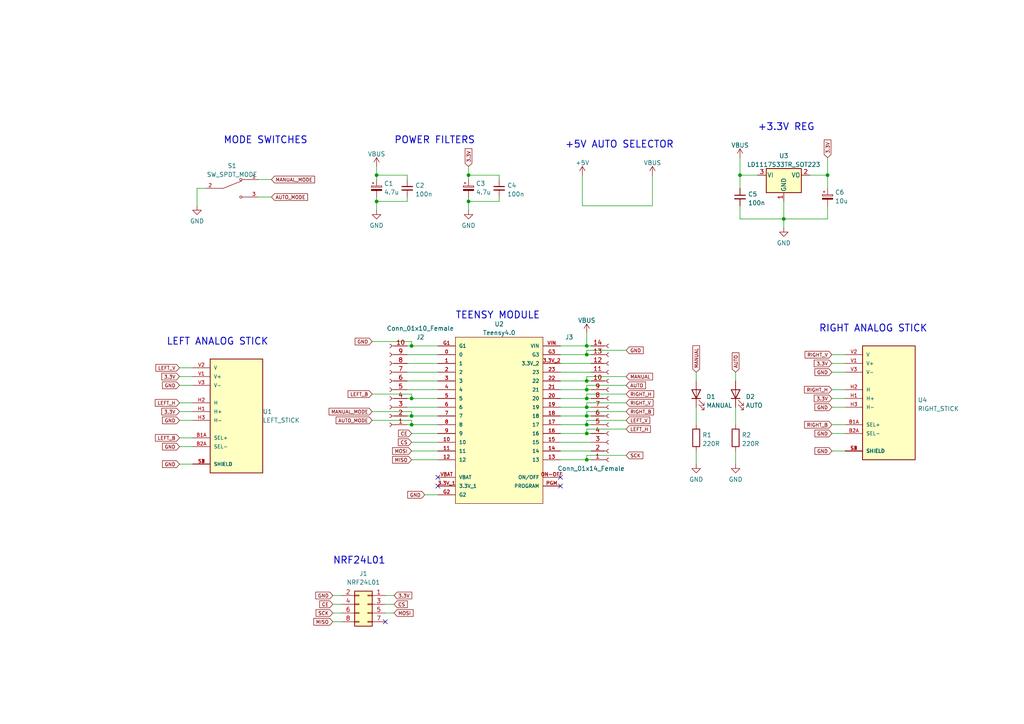
<source format=kicad_sch>
(kicad_sch (version 20211123) (generator eeschema)
  (paper "A4")
  (lib_symbols
    (symbol "Analog Stick:COM-09032" (pin_names (offset 1.016))
      (property "Reference" "U" (at -7.62 16.002 0))
      (property "Value" "COM-09032" (at -7.62 -20.32 0))
      (symbol "COM-09032_0_0"
        (rectangle (start -7.62 -17.78) (end 7.62 15.24) (stroke (width 0.254)) (fill (type background)))
        (pin passive line (at -12.7 -7.62 0) (length 5.08) (name "SEL+") (number "B1A"))
        (pin passive line (at -12.7 -10.16 0) (length 5.08) (name "SEL-") (number "B2A"))
        (pin passive line (at -12.7 0 0) (length 5.08) (name "H+") (number "H1"))
        (pin passive line (at -12.7 2.54 0) (length 5.08) (name "H") (number "H2"))
        (pin passive line (at -12.7 -2.54 0) (length 5.08) (name "H-") (number "H3"))
        (pin passive line (at -12.7 -15.24 0) (length 5.08) (name "SHIELD") (number "S1"))
        (pin passive line (at -12.7 -15.24 0) (length 5.08) (name "SHIELD") (number "S2"))
        (pin passive line (at -12.7 -15.24 0) (length 5.08) (name "SHIELD") (number "S3"))
        (pin passive line (at -12.7 -15.24 0) (length 5.08) (name "SHIELD") (number "S4"))
        (pin passive line (at -12.7 10.16 0) (length 5.08) (name "V+") (number "V1"))
        (pin passive line (at -12.7 12.7 0) (length 5.08) (name "V") (number "V2"))
        (pin passive line (at -12.7 7.62 0) (length 5.08) (name "V-") (number "V3"))
      )
    )
    (symbol "Connector:Conn_01x10_Female" (pin_names (offset 1.016) hide)
      (property "Reference" "J" (at 0 12.7 0))
      (property "Value" "Conn_01x10_Female" (at 0 -15.24 0))
      (symbol "Conn_01x10_Female_1_1"
        (arc (start 0 -12.192) (mid -0.508 -12.7) (end 0 -13.208) (stroke (width 0.1524)))
        (arc (start 0 -9.652) (mid -0.508 -10.16) (end 0 -10.668) (stroke (width 0.1524)))
        (arc (start 0 -7.112) (mid -0.508 -7.62) (end 0 -8.128) (stroke (width 0.1524)))
        (arc (start 0 -4.572) (mid -0.508 -5.08) (end 0 -5.588) (stroke (width 0.1524)))
        (arc (start 0 -2.032) (mid -0.508 -2.54) (end 0 -3.048) (stroke (width 0.1524)))
        (polyline (pts (xy -1.27 -12.7) (xy -0.508 -12.7)) (stroke (width 0.1524)))
        (polyline (pts (xy -1.27 -10.16) (xy -0.508 -10.16)) (stroke (width 0.1524)))
        (polyline (pts (xy -1.27 -7.62) (xy -0.508 -7.62)) (stroke (width 0.1524)))
        (polyline (pts (xy -1.27 -5.08) (xy -0.508 -5.08)) (stroke (width 0.1524)))
        (polyline (pts (xy -1.27 -2.54) (xy -0.508 -2.54)) (stroke (width 0.1524)))
        (polyline (pts (xy -1.27 0) (xy -0.508 0)) (stroke (width 0.1524)))
        (polyline (pts (xy -1.27 2.54) (xy -0.508 2.54)) (stroke (width 0.1524)))
        (polyline (pts (xy -1.27 5.08) (xy -0.508 5.08)) (stroke (width 0.1524)))
        (polyline (pts (xy -1.27 7.62) (xy -0.508 7.62)) (stroke (width 0.1524)))
        (polyline (pts (xy -1.27 10.16) (xy -0.508 10.16)) (stroke (width 0.1524)))
        (arc (start 0 0.508) (mid -0.508 0) (end 0 -0.508) (stroke (width 0.1524)))
        (arc (start 0 3.048) (mid -0.508 2.54) (end 0 2.032) (stroke (width 0.1524)))
        (arc (start 0 5.588) (mid -0.508 5.08) (end 0 4.572) (stroke (width 0.1524)))
        (arc (start 0 8.128) (mid -0.508 7.62) (end 0 7.112) (stroke (width 0.1524)))
        (arc (start 0 10.668) (mid -0.508 10.16) (end 0 9.652) (stroke (width 0.1524)))
        (pin passive line (at -5.08 10.16 0) (length 3.81) (name "Pin_1") (number "1"))
        (pin passive line (at -5.08 -12.7 0) (length 3.81) (name "Pin_10") (number "10"))
        (pin passive line (at -5.08 7.62 0) (length 3.81) (name "Pin_2") (number "2"))
        (pin passive line (at -5.08 5.08 0) (length 3.81) (name "Pin_3") (number "3"))
        (pin passive line (at -5.08 2.54 0) (length 3.81) (name "Pin_4") (number "4"))
        (pin passive line (at -5.08 0 0) (length 3.81) (name "Pin_5") (number "5"))
        (pin passive line (at -5.08 -2.54 0) (length 3.81) (name "Pin_6") (number "6"))
        (pin passive line (at -5.08 -5.08 0) (length 3.81) (name "Pin_7") (number "7"))
        (pin passive line (at -5.08 -7.62 0) (length 3.81) (name "Pin_8") (number "8"))
        (pin passive line (at -5.08 -10.16 0) (length 3.81) (name "Pin_9") (number "9"))
      )
    )
    (symbol "Connector:Conn_01x14_Female" (pin_names (offset 1.016) hide)
      (property "Reference" "J" (at 0 17.78 0))
      (property "Value" "Conn_01x14_Female" (at 0 -20.32 0))
      (symbol "Conn_01x14_Female_1_1"
        (arc (start 0 -17.272) (mid -0.508 -17.78) (end 0 -18.288) (stroke (width 0.1524)))
        (arc (start 0 -14.732) (mid -0.508 -15.24) (end 0 -15.748) (stroke (width 0.1524)))
        (arc (start 0 -12.192) (mid -0.508 -12.7) (end 0 -13.208) (stroke (width 0.1524)))
        (arc (start 0 -9.652) (mid -0.508 -10.16) (end 0 -10.668) (stroke (width 0.1524)))
        (arc (start 0 -7.112) (mid -0.508 -7.62) (end 0 -8.128) (stroke (width 0.1524)))
        (arc (start 0 -4.572) (mid -0.508 -5.08) (end 0 -5.588) (stroke (width 0.1524)))
        (arc (start 0 -2.032) (mid -0.508 -2.54) (end 0 -3.048) (stroke (width 0.1524)))
        (polyline (pts (xy -1.27 -17.78) (xy -0.508 -17.78)) (stroke (width 0.1524)))
        (polyline (pts (xy -1.27 -15.24) (xy -0.508 -15.24)) (stroke (width 0.1524)))
        (polyline (pts (xy -1.27 -12.7) (xy -0.508 -12.7)) (stroke (width 0.1524)))
        (polyline (pts (xy -1.27 -10.16) (xy -0.508 -10.16)) (stroke (width 0.1524)))
        (polyline (pts (xy -1.27 -7.62) (xy -0.508 -7.62)) (stroke (width 0.1524)))
        (polyline (pts (xy -1.27 -5.08) (xy -0.508 -5.08)) (stroke (width 0.1524)))
        (polyline (pts (xy -1.27 -2.54) (xy -0.508 -2.54)) (stroke (width 0.1524)))
        (polyline (pts (xy -1.27 0) (xy -0.508 0)) (stroke (width 0.1524)))
        (polyline (pts (xy -1.27 2.54) (xy -0.508 2.54)) (stroke (width 0.1524)))
        (polyline (pts (xy -1.27 5.08) (xy -0.508 5.08)) (stroke (width 0.1524)))
        (polyline (pts (xy -1.27 7.62) (xy -0.508 7.62)) (stroke (width 0.1524)))
        (polyline (pts (xy -1.27 10.16) (xy -0.508 10.16)) (stroke (width 0.1524)))
        (polyline (pts (xy -1.27 12.7) (xy -0.508 12.7)) (stroke (width 0.1524)))
        (polyline (pts (xy -1.27 15.24) (xy -0.508 15.24)) (stroke (width 0.1524)))
        (arc (start 0 0.508) (mid -0.508 0) (end 0 -0.508) (stroke (width 0.1524)))
        (arc (start 0 3.048) (mid -0.508 2.54) (end 0 2.032) (stroke (width 0.1524)))
        (arc (start 0 5.588) (mid -0.508 5.08) (end 0 4.572) (stroke (width 0.1524)))
        (arc (start 0 8.128) (mid -0.508 7.62) (end 0 7.112) (stroke (width 0.1524)))
        (arc (start 0 10.668) (mid -0.508 10.16) (end 0 9.652) (stroke (width 0.1524)))
        (arc (start 0 13.208) (mid -0.508 12.7) (end 0 12.192) (stroke (width 0.1524)))
        (arc (start 0 15.748) (mid -0.508 15.24) (end 0 14.732) (stroke (width 0.1524)))
        (pin passive line (at -5.08 15.24 0) (length 3.81) (name "Pin_1") (number "1"))
        (pin passive line (at -5.08 -7.62 0) (length 3.81) (name "Pin_10") (number "10"))
        (pin passive line (at -5.08 -10.16 0) (length 3.81) (name "Pin_11") (number "11"))
        (pin passive line (at -5.08 -12.7 0) (length 3.81) (name "Pin_12") (number "12"))
        (pin passive line (at -5.08 -15.24 0) (length 3.81) (name "Pin_13") (number "13"))
        (pin passive line (at -5.08 -17.78 0) (length 3.81) (name "Pin_14") (number "14"))
        (pin passive line (at -5.08 12.7 0) (length 3.81) (name "Pin_2") (number "2"))
        (pin passive line (at -5.08 10.16 0) (length 3.81) (name "Pin_3") (number "3"))
        (pin passive line (at -5.08 7.62 0) (length 3.81) (name "Pin_4") (number "4"))
        (pin passive line (at -5.08 5.08 0) (length 3.81) (name "Pin_5") (number "5"))
        (pin passive line (at -5.08 2.54 0) (length 3.81) (name "Pin_6") (number "6"))
        (pin passive line (at -5.08 0 0) (length 3.81) (name "Pin_7") (number "7"))
        (pin passive line (at -5.08 -2.54 0) (length 3.81) (name "Pin_8") (number "8"))
        (pin passive line (at -5.08 -5.08 0) (length 3.81) (name "Pin_9") (number "9"))
      )
    )
    (symbol "Connector_Generic:Conn_02x04_Odd_Even" (pin_names (offset 1.016) hide)
      (property "Reference" "J" (at 1.27 5.08 0))
      (property "Value" "Conn_02x04_Odd_Even" (at 1.27 -7.62 0))
      (symbol "Conn_02x04_Odd_Even_1_1"
        (rectangle (start -1.27 -4.953) (end 0 -5.207) (stroke (width 0.1524)))
        (rectangle (start -1.27 -2.413) (end 0 -2.667) (stroke (width 0.1524)))
        (rectangle (start -1.27 0.127) (end 0 -0.127) (stroke (width 0.1524)))
        (rectangle (start -1.27 2.667) (end 0 2.413) (stroke (width 0.1524)))
        (rectangle (start -1.27 3.81) (end 3.81 -6.35) (stroke (width 0.254)) (fill (type background)))
        (rectangle (start 3.81 -4.953) (end 2.54 -5.207) (stroke (width 0.1524)))
        (rectangle (start 3.81 -2.413) (end 2.54 -2.667) (stroke (width 0.1524)))
        (rectangle (start 3.81 0.127) (end 2.54 -0.127) (stroke (width 0.1524)))
        (rectangle (start 3.81 2.667) (end 2.54 2.413) (stroke (width 0.1524)))
        (pin passive line (at -5.08 2.54 0) (length 3.81) (name "Pin_1") (number "1"))
        (pin passive line (at 7.62 2.54 180) (length 3.81) (name "Pin_2") (number "2"))
        (pin passive line (at -5.08 0 0) (length 3.81) (name "Pin_3") (number "3"))
        (pin passive line (at 7.62 0 180) (length 3.81) (name "Pin_4") (number "4"))
        (pin passive line (at -5.08 -2.54 0) (length 3.81) (name "Pin_5") (number "5"))
        (pin passive line (at 7.62 -2.54 180) (length 3.81) (name "Pin_6") (number "6"))
        (pin passive line (at -5.08 -5.08 0) (length 3.81) (name "Pin_7") (number "7"))
        (pin passive line (at 7.62 -5.08 180) (length 3.81) (name "Pin_8") (number "8"))
      )
    )
    (symbol "Device:C_Polarized_Small" (pin_numbers hide) (pin_names (offset 0.254) hide)
      (property "Reference" "C" (at 0.254 1.778 0))
      (property "Value" "C_Polarized_Small" (at 0.254 -2.032 0))
      (symbol "C_Polarized_Small_0_1"
        (rectangle (start -1.524 -0.3048) (end 1.524 -0.6858) (fill (type outline)))
        (rectangle (start -1.524 0.6858) (end 1.524 0.3048))
        (polyline (pts (xy -1.27 1.524) (xy -0.762 1.524)))
        (polyline (pts (xy -1.016 1.27) (xy -1.016 1.778)))
      )
      (symbol "C_Polarized_Small_1_1"
        (pin passive line (at 0 2.54 270) (length 1.8542) (name "~") (number "1"))
        (pin passive line (at 0 -2.54 90) (length 1.8542) (name "~") (number "2"))
      )
    )
    (symbol "Device:C_Small" (pin_numbers hide) (pin_names (offset 0.254) hide)
      (property "Reference" "C" (at 0.254 1.778 0))
      (property "Value" "C_Small" (at 0.254 -2.032 0))
      (symbol "C_Small_0_1"
        (polyline (pts (xy -1.524 -0.508) (xy 1.524 -0.508)) (stroke (width 0.3302)))
        (polyline (pts (xy -1.524 0.508) (xy 1.524 0.508)) (stroke (width 0.3048)))
      )
      (symbol "C_Small_1_1"
        (pin passive line (at 0 2.54 270) (length 2.032) (name "~") (number "1"))
        (pin passive line (at 0 -2.54 90) (length 2.032) (name "~") (number "2"))
      )
    )
    (symbol "Device:LED" (pin_numbers hide) (pin_names (offset 1.016) hide)
      (property "Reference" "D" (at 0 2.54 0))
      (property "Value" "LED" (at 0 -2.54 0))
      (symbol "LED_0_1"
        (polyline (pts (xy -1.27 -1.27) (xy -1.27 1.27)) (stroke (width 0.254)))
        (polyline (pts (xy -1.27 0) (xy 1.27 0)))
        (polyline (pts (xy 1.27 -1.27) (xy 1.27 1.27) (xy -1.27 0) (xy 1.27 -1.27)) (stroke (width 0.254)))
        (polyline (pts (xy -3.048 -0.762) (xy -4.572 -2.286) (xy -3.81 -2.286) (xy -4.572 -2.286) (xy -4.572 -1.524)))
        (polyline (pts (xy -1.778 -0.762) (xy -3.302 -2.286) (xy -2.54 -2.286) (xy -3.302 -2.286) (xy -3.302 -1.524)))
      )
      (symbol "LED_1_1"
        (pin passive line (at -3.81 0 0) (length 2.54) (name "K") (number "1"))
        (pin passive line (at 3.81 0 180) (length 2.54) (name "A") (number "2"))
      )
    )
    (symbol "Device:R" (pin_numbers hide) (pin_names (offset 0))
      (property "Reference" "R" (at 2.032 0 90))
      (property "Value" "R" (at 0 0 90))
      (symbol "R_0_1"
        (rectangle (start -1.016 -2.54) (end 1.016 2.54) (stroke (width 0.254)))
      )
      (symbol "R_1_1"
        (pin passive line (at 0 3.81 270) (length 1.27) (name "~") (number "1"))
        (pin passive line (at 0 -3.81 90) (length 1.27) (name "~") (number "2"))
      )
    )
    (symbol "Regulator_Linear:LD1117S33TR_SOT223" (pin_names (offset 0.254))
      (property "Reference" "U" (at -3.81 3.175 0))
      (property "Value" "LD1117S33TR_SOT223" (at 0 3.175 0))
      (symbol "LD1117S33TR_SOT223_0_1"
        (rectangle (start -5.08 -5.08) (end 5.08 1.905) (stroke (width 0.254)) (fill (type background)))
      )
      (symbol "LD1117S33TR_SOT223_1_1"
        (pin power_in line (at 0 -7.62 90) (length 2.54) (name "GND") (number "1"))
        (pin power_out line (at 7.62 0 180) (length 2.54) (name "VO") (number "2"))
        (pin power_in line (at -7.62 0 0) (length 2.54) (name "VI") (number "3"))
      )
    )
    (symbol "Teensy 4.0:DEV-15583" (pin_names (offset 1.016))
      (property "Reference" "U" (at -12.7 23.622 0))
      (property "Value" "DEV-15583" (at -12.7 -27.94 0))
      (symbol "DEV-15583_0_0"
        (rectangle (start -12.7 -25.4) (end 12.7 22.86) (stroke (width 0.1524)) (fill (type background)))
        (pin bidirectional line (at -17.78 17.78 0) (length 5.08) (name "0") (number "0"))
        (pin bidirectional line (at -17.78 15.24 0) (length 5.08) (name "1") (number "1"))
        (pin bidirectional line (at -17.78 -7.62 0) (length 5.08) (name "10") (number "10"))
        (pin bidirectional line (at -17.78 -10.16 0) (length 5.08) (name "11") (number "11"))
        (pin bidirectional line (at -17.78 -12.7 0) (length 5.08) (name "12") (number "12"))
        (pin bidirectional line (at 17.78 -12.7 180) (length 5.08) (name "13") (number "13"))
        (pin bidirectional line (at 17.78 -10.16 180) (length 5.08) (name "14") (number "14"))
        (pin bidirectional line (at 17.78 -7.62 180) (length 5.08) (name "15") (number "15"))
        (pin bidirectional line (at 17.78 -5.08 180) (length 5.08) (name "16") (number "16"))
        (pin bidirectional line (at 17.78 -2.54 180) (length 5.08) (name "17") (number "17"))
        (pin bidirectional line (at 17.78 0 180) (length 5.08) (name "18") (number "18"))
        (pin bidirectional line (at 17.78 2.54 180) (length 5.08) (name "19") (number "19"))
        (pin bidirectional line (at -17.78 12.7 0) (length 5.08) (name "2") (number "2"))
        (pin bidirectional line (at 17.78 5.08 180) (length 5.08) (name "20") (number "20"))
        (pin bidirectional line (at 17.78 7.62 180) (length 5.08) (name "21") (number "21"))
        (pin bidirectional line (at 17.78 10.16 180) (length 5.08) (name "22") (number "22"))
        (pin bidirectional line (at 17.78 12.7 180) (length 5.08) (name "23") (number "23"))
        (pin bidirectional line (at -17.78 10.16 0) (length 5.08) (name "3") (number "3"))
        (pin power_in line (at -17.78 -20.32 0) (length 5.08) (name "3.3V_1") (number "3.3V_1"))
        (pin power_in line (at 17.78 15.24 180) (length 5.08) (name "3.3V_2") (number "3.3V_2"))
        (pin bidirectional line (at -17.78 7.62 0) (length 5.08) (name "4") (number "4"))
        (pin bidirectional line (at -17.78 5.08 0) (length 5.08) (name "5") (number "5"))
        (pin bidirectional line (at -17.78 2.54 0) (length 5.08) (name "6") (number "6"))
        (pin bidirectional line (at -17.78 0 0) (length 5.08) (name "7") (number "7"))
        (pin bidirectional line (at -17.78 -2.54 0) (length 5.08) (name "8") (number "8"))
        (pin bidirectional line (at -17.78 -5.08 0) (length 5.08) (name "9") (number "9"))
        (pin power_in line (at -17.78 20.32 0) (length 5.08) (name "G1") (number "G1"))
        (pin power_in line (at -17.78 -22.86 0) (length 5.08) (name "G2") (number "G2"))
        (pin power_in line (at 17.78 17.78 180) (length 5.08) (name "G3") (number "G3"))
        (pin bidirectional line (at 17.78 -17.78 180) (length 5.08) (name "ON/OFF") (number "ON-OFF"))
        (pin bidirectional line (at 17.78 -20.32 180) (length 5.08) (name "PROGRAM") (number "PGM"))
        (pin power_in line (at -17.78 -17.78 0) (length 5.08) (name "VBAT") (number "VBAT"))
        (pin power_in line (at 17.78 20.32 180) (length 5.08) (name "VIN") (number "VIN"))
      )
    )
    (symbol "Toggle_Switch:100SP1T1B4M2QE" (pin_names (offset 1.016))
      (property "Reference" "S" (at -2.54 5.08 0))
      (property "Value" "100SP1T1B4M2QE" (at -2.54 -5.08 0))
      (symbol "100SP1T1B4M2QE_0_0"
        (polyline (pts (xy -2.54 0) (xy -5.08 0)) (stroke (width 0.1524)))
        (polyline (pts (xy -2.54 0) (xy 2.794 2.1336)) (stroke (width 0.1524)))
        (polyline (pts (xy 5.08 -2.54) (xy 2.921 -2.54)) (stroke (width 0.1524)))
        (polyline (pts (xy 5.08 2.54) (xy 2.921 2.54)) (stroke (width 0.1524)))
        (circle (center 2.54 -2.54) (radius 0.3302) (stroke (width 0.1524)))
        (circle (center 2.54 2.54) (radius 0.3302) (stroke (width 0.1524)))
        (pin passive line (at 7.62 2.54 180) (length 2.54) (name "~") (number "1"))
        (pin passive line (at -7.62 0 0) (length 2.54) (name "~") (number "2"))
        (pin passive line (at 7.62 -2.54 180) (length 2.54) (name "~") (number "3"))
      )
    )
    (symbol "power:+5V" (power) (pin_names (offset 0))
      (property "Value" "+5V" (at 0 3.556 0))
      (symbol "+5V_0_1"
        (polyline (pts (xy -0.762 1.27) (xy 0 2.54)))
        (polyline (pts (xy 0 0) (xy 0 2.54)))
        (polyline (pts (xy 0 2.54) (xy 0.762 1.27)))
      )
      (symbol "+5V_1_1"
        (pin power_in line (at 0 0 90) (length 0) hide (name "+5V") (number "1"))
      )
    )
    (symbol "power:GND" (power) (pin_names (offset 0))
      (property "Value" "GND" (at 0 -3.81 0))
      (symbol "GND_0_1"
        (polyline (pts (xy 0 0) (xy 0 -1.27) (xy 1.27 -1.27) (xy 0 -2.54) (xy -1.27 -1.27) (xy 0 -1.27)))
      )
      (symbol "GND_1_1"
        (pin power_in line (at 0 0 270) (length 0) hide (name "GND") (number "1"))
      )
    )
    (symbol "power:VBUS" (power) (pin_names (offset 0))
      (property "Value" "VBUS" (at 0 3.81 0))
      (symbol "VBUS_0_1"
        (polyline (pts (xy -0.762 1.27) (xy 0 2.54)))
        (polyline (pts (xy 0 0) (xy 0 2.54)))
        (polyline (pts (xy 0 2.54) (xy 0.762 1.27)))
      )
      (symbol "VBUS_1_1"
        (pin power_in line (at 0 0 90) (length 0) hide (name "VBUS") (number "1"))
      )
    )
  )
  (junction (at 170.18 118.11))
  (junction (at 109.22 58.42))
  (junction (at 119.38 123.19))
  (junction (at 119.38 120.65))
  (junction (at 170.18 100.33))
  (junction (at 170.18 120.65))
  (junction (at 227.33 63.5))
  (junction (at 170.18 110.49))
  (junction (at 170.18 115.57))
  (junction (at 240.03 50.8))
  (junction (at 135.89 50.8))
  (junction (at 170.18 133.35))
  (junction (at 109.22 50.8))
  (junction (at 214.63 50.8))
  (junction (at 170.18 123.19))
  (junction (at 170.18 113.03))
  (junction (at 170.18 125.73))
  (junction (at 170.18 102.87))
  (junction (at 119.38 100.33))
  (junction (at 135.89 58.42))
  (junction (at 119.38 115.57))
  (no_connect (at 127 140.97))
  (no_connect (at 127 138.43))
  (no_connect (at 162.56 138.43))
  (no_connect (at 162.56 140.97))
  (no_connect (at 111.76 180.34))
  (wire (pts (xy 119.38 130.81) (xy 127 130.81)))
  (wire (pts (xy 144.78 57.15) (xy 144.78 58.42)))
  (wire (pts (xy 118.11 118.11) (xy 127 118.11)))
  (wire (pts (xy 170.18 123.19) (xy 171.45 123.19)))
  (wire (pts (xy 119.38 99.06) (xy 119.38 100.33)))
  (wire (pts (xy 170.18 111.76) (xy 170.18 113.03)))
  (wire (pts (xy 107.95 119.38) (xy 119.38 119.38)))
  (wire (pts (xy 170.18 133.35) (xy 171.45 133.35)))
  (wire (pts (xy 118.11 107.95) (xy 127 107.95)))
  (wire (pts (xy 214.63 45.72) (xy 214.63 50.8)))
  (wire (pts (xy 240.03 45.72) (xy 240.03 50.8)))
  (wire (pts (xy 109.22 48.26) (xy 109.22 50.8)))
  (wire (pts (xy 162.56 105.41) (xy 171.45 105.41)))
  (wire (pts (xy 96.52 172.72) (xy 99.06 172.72)))
  (wire (pts (xy 96.52 175.26) (xy 99.06 175.26)))
  (wire (pts (xy 171.45 120.65) (xy 170.18 120.65)))
  (wire (pts (xy 118.11 110.49) (xy 127 110.49)))
  (wire (pts (xy 52.07 121.92) (xy 55.88 121.92)))
  (wire (pts (xy 109.22 58.42) (xy 109.22 60.96)))
  (wire (pts (xy 119.38 123.19) (xy 127 123.19)))
  (wire (pts (xy 241.3 105.41) (xy 245.11 105.41)))
  (wire (pts (xy 181.61 101.6) (xy 170.18 101.6)))
  (wire (pts (xy 213.36 118.11) (xy 213.36 123.19)))
  (wire (pts (xy 107.95 121.92) (xy 119.38 121.92)))
  (wire (pts (xy 170.18 102.87) (xy 171.45 102.87)))
  (wire (pts (xy 170.18 118.11) (xy 162.56 118.11)))
  (wire (pts (xy 107.95 114.3) (xy 119.38 114.3)))
  (wire (pts (xy 52.07 134.62) (xy 55.88 134.62)))
  (wire (pts (xy 170.18 114.3) (xy 181.61 114.3)))
  (wire (pts (xy 170.18 125.73) (xy 171.45 125.73)))
  (wire (pts (xy 52.07 106.68) (xy 55.88 106.68)))
  (wire (pts (xy 96.52 177.8) (xy 99.06 177.8)))
  (wire (pts (xy 123.19 143.51) (xy 127 143.51)))
  (wire (pts (xy 52.07 119.38) (xy 55.88 119.38)))
  (wire (pts (xy 144.78 50.8) (xy 135.89 50.8)))
  (wire (pts (xy 170.18 114.3) (xy 170.18 115.57)))
  (wire (pts (xy 168.91 59.69) (xy 189.23 59.69)))
  (wire (pts (xy 57.15 54.61) (xy 57.15 59.69)))
  (wire (pts (xy 214.63 63.5) (xy 227.33 63.5)))
  (wire (pts (xy 170.18 100.33) (xy 162.56 100.33)))
  (wire (pts (xy 171.45 100.33) (xy 170.18 100.33)))
  (wire (pts (xy 171.45 118.11) (xy 170.18 118.11)))
  (wire (pts (xy 170.18 109.22) (xy 170.18 110.49)))
  (wire (pts (xy 135.89 50.8) (xy 135.89 52.07)))
  (wire (pts (xy 144.78 58.42) (xy 135.89 58.42)))
  (wire (pts (xy 119.38 119.38) (xy 119.38 120.65)))
  (wire (pts (xy 119.38 120.65) (xy 127 120.65)))
  (wire (pts (xy 162.56 102.87) (xy 170.18 102.87)))
  (wire (pts (xy 118.11 113.03) (xy 127 113.03)))
  (wire (pts (xy 170.18 115.57) (xy 171.45 115.57)))
  (wire (pts (xy 162.56 125.73) (xy 170.18 125.73)))
  (wire (pts (xy 96.52 180.34) (xy 99.06 180.34)))
  (wire (pts (xy 214.63 59.69) (xy 214.63 63.5)))
  (wire (pts (xy 119.38 100.33) (xy 127 100.33)))
  (wire (pts (xy 162.56 133.35) (xy 170.18 133.35)))
  (wire (pts (xy 170.18 96.52) (xy 170.18 100.33)))
  (wire (pts (xy 170.18 116.84) (xy 181.61 116.84)))
  (wire (pts (xy 170.18 101.6) (xy 170.18 102.87)))
  (wire (pts (xy 135.89 58.42) (xy 135.89 60.96)))
  (wire (pts (xy 162.56 123.19) (xy 170.18 123.19)))
  (wire (pts (xy 168.91 50.8) (xy 168.91 59.69)))
  (wire (pts (xy 109.22 57.15) (xy 109.22 58.42)))
  (wire (pts (xy 241.3 115.57) (xy 245.11 115.57)))
  (wire (pts (xy 118.11 120.65) (xy 119.38 120.65)))
  (wire (pts (xy 162.56 128.27) (xy 171.45 128.27)))
  (wire (pts (xy 181.61 132.08) (xy 170.18 132.08)))
  (wire (pts (xy 162.56 130.81) (xy 171.45 130.81)))
  (wire (pts (xy 181.61 109.22) (xy 170.18 109.22)))
  (wire (pts (xy 119.38 125.73) (xy 127 125.73)))
  (wire (pts (xy 171.45 113.03) (xy 170.18 113.03)))
  (wire (pts (xy 107.95 99.06) (xy 119.38 99.06)))
  (wire (pts (xy 170.18 124.46) (xy 170.18 125.73)))
  (wire (pts (xy 241.3 125.73) (xy 245.11 125.73)))
  (wire (pts (xy 240.03 50.8) (xy 240.03 54.61)))
  (wire (pts (xy 189.23 59.69) (xy 189.23 50.8)))
  (wire (pts (xy 52.07 116.84) (xy 55.88 116.84)))
  (wire (pts (xy 118.11 115.57) (xy 119.38 115.57)))
  (wire (pts (xy 111.76 175.26) (xy 114.3 175.26)))
  (wire (pts (xy 213.36 107.95) (xy 213.36 110.49)))
  (wire (pts (xy 109.22 50.8) (xy 109.22 52.07)))
  (wire (pts (xy 227.33 58.42) (xy 227.33 63.5)))
  (wire (pts (xy 201.93 118.11) (xy 201.93 123.19)))
  (wire (pts (xy 118.11 102.87) (xy 127 102.87)))
  (wire (pts (xy 181.61 124.46) (xy 170.18 124.46)))
  (wire (pts (xy 170.18 119.38) (xy 170.18 120.65)))
  (wire (pts (xy 241.3 123.19) (xy 245.11 123.19)))
  (wire (pts (xy 227.33 63.5) (xy 227.33 66.04)))
  (wire (pts (xy 241.3 130.81) (xy 245.11 130.81)))
  (wire (pts (xy 111.76 172.72) (xy 114.3 172.72)))
  (wire (pts (xy 227.33 63.5) (xy 240.03 63.5)))
  (wire (pts (xy 119.38 128.27) (xy 127 128.27)))
  (wire (pts (xy 162.56 107.95) (xy 171.45 107.95)))
  (wire (pts (xy 119.38 114.3) (xy 119.38 115.57)))
  (wire (pts (xy 241.3 107.95) (xy 245.11 107.95)))
  (wire (pts (xy 241.3 113.03) (xy 245.11 113.03)))
  (wire (pts (xy 118.11 50.8) (xy 109.22 50.8)))
  (wire (pts (xy 144.78 52.07) (xy 144.78 50.8)))
  (wire (pts (xy 170.18 119.38) (xy 181.61 119.38)))
  (wire (pts (xy 234.95 50.8) (xy 240.03 50.8)))
  (wire (pts (xy 214.63 50.8) (xy 219.71 50.8)))
  (wire (pts (xy 118.11 57.15) (xy 118.11 58.42)))
  (wire (pts (xy 118.11 58.42) (xy 109.22 58.42)))
  (wire (pts (xy 201.93 130.81) (xy 201.93 134.62)))
  (wire (pts (xy 162.56 110.49) (xy 170.18 110.49)))
  (wire (pts (xy 241.3 118.11) (xy 245.11 118.11)))
  (wire (pts (xy 118.11 123.19) (xy 119.38 123.19)))
  (wire (pts (xy 52.07 111.76) (xy 55.88 111.76)))
  (wire (pts (xy 135.89 48.26) (xy 135.89 50.8)))
  (wire (pts (xy 214.63 50.8) (xy 214.63 54.61)))
  (wire (pts (xy 170.18 110.49) (xy 171.45 110.49)))
  (wire (pts (xy 52.07 129.54) (xy 55.88 129.54)))
  (wire (pts (xy 170.18 132.08) (xy 170.18 133.35)))
  (wire (pts (xy 111.76 177.8) (xy 114.3 177.8)))
  (wire (pts (xy 240.03 63.5) (xy 240.03 59.69)))
  (wire (pts (xy 170.18 116.84) (xy 170.18 118.11)))
  (wire (pts (xy 181.61 121.92) (xy 170.18 121.92)))
  (wire (pts (xy 170.18 121.92) (xy 170.18 123.19)))
  (wire (pts (xy 52.07 127) (xy 55.88 127)))
  (wire (pts (xy 119.38 115.57) (xy 127 115.57)))
  (wire (pts (xy 170.18 120.65) (xy 162.56 120.65)))
  (wire (pts (xy 119.38 133.35) (xy 127 133.35)))
  (wire (pts (xy 162.56 115.57) (xy 170.18 115.57)))
  (wire (pts (xy 118.11 105.41) (xy 127 105.41)))
  (wire (pts (xy 74.93 57.15) (xy 78.74 57.15)))
  (wire (pts (xy 213.36 130.81) (xy 213.36 134.62)))
  (wire (pts (xy 181.61 111.76) (xy 170.18 111.76)))
  (wire (pts (xy 118.11 100.33) (xy 119.38 100.33)))
  (wire (pts (xy 135.89 57.15) (xy 135.89 58.42)))
  (wire (pts (xy 118.11 52.07) (xy 118.11 50.8)))
  (wire (pts (xy 119.38 121.92) (xy 119.38 123.19)))
  (wire (pts (xy 74.93 52.07) (xy 78.74 52.07)))
  (wire (pts (xy 201.93 107.95) (xy 201.93 110.49)))
  (wire (pts (xy 52.07 109.22) (xy 55.88 109.22)))
  (wire (pts (xy 170.18 113.03) (xy 162.56 113.03)))
  (wire (pts (xy 59.69 54.61) (xy 57.15 54.61)))
  (wire (pts (xy 241.3 102.87) (xy 245.11 102.87)))
  (text "POWER FILTERS" (at 114.3 41.91 0) (effects (font (size 2 2) (thickness 0.254) bold) (justify left bottom)))
  (text "+5V AUTO SELECTOR" (at 163.83 43.18 0) (effects (font (size 2 2) (thickness 0.254) bold) (justify left bottom)))
  (text "LEFT ANALOG STICK" (at 48.26 100.33 0) (effects (font (size 2 2) (thickness 0.254) bold) (justify left bottom)))
  (text "NRF24L01" (at 96.52 163.83 0) (effects (font (size 2 2) (thickness 0.254) bold) (justify left bottom)))
  (text "TEENSY MODULE" (at 132.08 92.71 0) (effects (font (size 2 2) (thickness 0.254) bold) (justify left bottom)))
  (text "RIGHT ANALOG STICK" (at 237.49 96.52 0) (effects (font (size 2 2) (thickness 0.254) bold) (justify left bottom)))
  (text "+3.3V REG" (at 219.71 38.1 0) (effects (font (size 2 2) (thickness 0.254) bold) (justify left bottom)))
  (text "MODE SWITCHES" (at 64.77 41.91 0) (effects (font (size 2 2) (thickness 0.254) bold) (justify left bottom)))
  (global_label "MISO" (shape input) (at 119.38 133.35 180) (effects (font (size 1 1))) (property "Intersheet References" "${INTERSHEET_REFS}" (effects hide)))
  (global_label "RIGHT_H" (shape input) (at 241.3 113.03 180) (effects (font (size 1 1))) (property "Intersheet References" "${INTERSHEET_REFS}" (effects hide)))
  (global_label "GND" (shape input) (at 52.07 121.92 180) (effects (font (size 1 1))) (property "Intersheet References" "${INTERSHEET_REFS}" (effects hide)))
  (global_label "GND" (shape input) (at 52.07 111.76 180) (effects (font (size 1 1))) (property "Intersheet References" "${INTERSHEET_REFS}" (effects hide)))
  (global_label "GND" (shape input) (at 52.07 129.54 180) (effects (font (size 1 1))) (property "Intersheet References" "${INTERSHEET_REFS}" (effects hide)))
  (global_label "RIGHT_B" (shape input) (at 181.61 119.38 0) (effects (font (size 1 1))) (property "Intersheet References" "${INTERSHEET_REFS}" (effects hide)))
  (global_label "AUTO" (shape input) (at 213.36 107.95 90) (effects (font (size 1 1))) (property "Intersheet References" "${INTERSHEET_REFS}" (effects hide)))
  (global_label "CS" (shape input) (at 114.3 175.26 0) (effects (font (size 1 1))) (property "Intersheet References" "${INTERSHEET_REFS}" (effects hide)))
  (global_label "RIGHT_V" (shape input) (at 181.61 116.84 0) (effects (font (size 1 1))) (property "Intersheet References" "${INTERSHEET_REFS}" (effects hide)))
  (global_label "GND" (shape input) (at 241.3 125.73 180) (effects (font (size 1 1))) (property "Intersheet References" "${INTERSHEET_REFS}" (effects hide)))
  (global_label "RIGHT_B" (shape input) (at 241.3 123.19 180) (effects (font (size 1 1))) (property "Intersheet References" "${INTERSHEET_REFS}" (effects hide)))
  (global_label "GND" (shape input) (at 52.07 134.62 180) (effects (font (size 1 1))) (property "Intersheet References" "${INTERSHEET_REFS}" (effects hide)))
  (global_label "RIGHT_V" (shape input) (at 241.3 102.87 180) (effects (font (size 1 1))) (property "Intersheet References" "${INTERSHEET_REFS}" (effects hide)))
  (global_label "GND" (shape input) (at 96.52 172.72 180) (effects (font (size 1 1))) (property "Intersheet References" "${INTERSHEET_REFS}" (effects hide)))
  (global_label "3.3V" (shape input) (at 52.07 119.38 180) (effects (font (size 1 1))) (property "Intersheet References" "${INTERSHEET_REFS}" (effects hide)))
  (global_label "CS" (shape input) (at 119.38 128.27 180) (effects (font (size 1 1))) (property "Intersheet References" "${INTERSHEET_REFS}" (effects hide)))
  (global_label "LEFT_V" (shape input) (at 52.07 106.68 180) (effects (font (size 1 1))) (property "Intersheet References" "${INTERSHEET_REFS}" (effects hide)))
  (global_label "3.3V" (shape input) (at 52.07 109.22 180) (effects (font (size 1 1))) (property "Intersheet References" "${INTERSHEET_REFS}" (effects hide)))
  (global_label "GND" (shape input) (at 241.3 118.11 180) (effects (font (size 1 1))) (property "Intersheet References" "${INTERSHEET_REFS}" (effects hide)))
  (global_label "GND" (shape input) (at 241.3 130.81 180) (effects (font (size 1 1))) (property "Intersheet References" "${INTERSHEET_REFS}" (effects hide)))
  (global_label "AUTO_MODE" (shape input) (at 78.74 57.15 0) (effects (font (size 1 1))) (property "Intersheet References" "${INTERSHEET_REFS}" (effects hide)))
  (global_label "SCK" (shape input) (at 181.61 132.08 0) (effects (font (size 1 1))) (property "Intersheet References" "${INTERSHEET_REFS}" (effects hide)))
  (global_label "GND" (shape input) (at 123.19 143.51 180) (effects (font (size 1 1))) (property "Intersheet References" "${INTERSHEET_REFS}" (effects hide)))
  (global_label "GND" (shape input) (at 181.61 101.6 0) (effects (font (size 1 1))) (property "Intersheet References" "${INTERSHEET_REFS}" (effects hide)))
  (global_label "3.3V" (shape input) (at 114.3 172.72 0) (effects (font (size 1 1))) (property "Intersheet References" "${INTERSHEET_REFS}" (effects hide)))
  (global_label "MOSI" (shape input) (at 119.38 130.81 180) (effects (font (size 1 1))) (property "Intersheet References" "${INTERSHEET_REFS}" (effects hide)))
  (global_label "RIGHT_H" (shape input) (at 181.61 114.3 0) (effects (font (size 1 1))) (property "Intersheet References" "${INTERSHEET_REFS}" (effects hide)))
  (global_label "LEFT_H" (shape input) (at 181.61 124.46 0) (effects (font (size 1 1))) (property "Intersheet References" "${INTERSHEET_REFS}" (effects hide)))
  (global_label "LEFT_B" (shape input) (at 107.95 114.3 180) (effects (font (size 1 1))) (property "Intersheet References" "${INTERSHEET_REFS}" (effects hide)))
  (global_label "3.3V" (shape input) (at 241.3 105.41 180) (effects (font (size 1 1))) (property "Intersheet References" "${INTERSHEET_REFS}" (effects hide)))
  (global_label "GND" (shape input) (at 107.95 99.06 180) (effects (font (size 1 1))) (property "Intersheet References" "${INTERSHEET_REFS}" (effects hide)))
  (global_label "MISO" (shape input) (at 96.52 180.34 180) (effects (font (size 1 1))) (property "Intersheet References" "${INTERSHEET_REFS}" (effects hide)))
  (global_label "3.3V" (shape input) (at 135.89 48.26 90) (effects (font (size 1 1))) (property "Intersheet References" "${INTERSHEET_REFS}" (effects hide)))
  (global_label "GND" (shape input) (at 241.3 107.95 180) (effects (font (size 1 1))) (property "Intersheet References" "${INTERSHEET_REFS}" (effects hide)))
  (global_label "CE" (shape input) (at 96.52 175.26 180) (effects (font (size 1 1))) (property "Intersheet References" "${INTERSHEET_REFS}" (effects hide)))
  (global_label "3.3V" (shape input) (at 240.03 45.72 90) (effects (font (size 1 1))) (property "Intersheet References" "${INTERSHEET_REFS}" (effects hide)))
  (global_label "SCK" (shape input) (at 96.52 177.8 180) (effects (font (size 1 1))) (property "Intersheet References" "${INTERSHEET_REFS}" (effects hide)))
  (global_label "MANUAL" (shape input) (at 201.93 107.95 90) (effects (font (size 1 1))) (property "Intersheet References" "${INTERSHEET_REFS}" (effects hide)))
  (global_label "MANUAL_MODE" (shape input) (at 107.95 119.38 180) (effects (font (size 1 1))) (property "Intersheet References" "${INTERSHEET_REFS}" (effects hide)))
  (global_label "AUTO_MODE" (shape input) (at 107.95 121.92 180) (effects (font (size 1 1))) (property "Intersheet References" "${INTERSHEET_REFS}" (effects hide)))
  (global_label "3.3V" (shape input) (at 241.3 115.57 180) (effects (font (size 1 1))) (property "Intersheet References" "${INTERSHEET_REFS}" (effects hide)))
  (global_label "AUTO" (shape input) (at 181.61 111.76 0) (effects (font (size 1 1))) (property "Intersheet References" "${INTERSHEET_REFS}" (effects hide)))
  (global_label "MANUAL" (shape input) (at 181.61 109.22 0) (effects (font (size 1 1))) (property "Intersheet References" "${INTERSHEET_REFS}" (effects hide)))
  (global_label "LEFT_B" (shape input) (at 52.07 127 180) (effects (font (size 1 1))) (property "Intersheet References" "${INTERSHEET_REFS}" (effects hide)))
  (global_label "MANUAL_MODE" (shape input) (at 78.74 52.07 0) (effects (font (size 1 1))) (property "Intersheet References" "${INTERSHEET_REFS}" (effects hide)))
  (global_label "CE" (shape input) (at 119.38 125.73 180) (effects (font (size 1 1))) (property "Intersheet References" "${INTERSHEET_REFS}" (effects hide)))
  (global_label "LEFT_H" (shape input) (at 52.07 116.84 180) (effects (font (size 1 1))) (property "Intersheet References" "${INTERSHEET_REFS}" (effects hide)))
  (global_label "LEFT_V" (shape input) (at 181.61 121.92 0) (effects (font (size 1 1))) (property "Intersheet References" "${INTERSHEET_REFS}" (effects hide)))
  (global_label "MOSI" (shape input) (at 114.3 177.8 0) (effects (font (size 1 1))) (property "Intersheet References" "${INTERSHEET_REFS}" (effects hide)))
  (symbol (lib_id "Device:LED") (at 213.36 114.3 90) (unit 1)
    (property "Reference" "D2" (at 216.281 115.0528 90) (effects (justify right)))
    (property "Value" "AUTO" (at 216.281 117.5897 90) (effects (justify right)))
    (property "Footprint" "LED_SMD:LED_1206_3216Metric_Pad1.42x1.75mm_HandSolder" (effects hide))
  )
  (symbol (lib_id "Connector:Conn_01x10_Female") (at 113.03 113.03 180) (unit 1)
    (property "Reference" "J2" (at 121.92 97.79 0))
    (property "Value" "Conn_01x10_Female" (at 121.92 95.25 0))
    (property "Footprint" "Connector_PinSocket_2.54mm:PinSocket_1x10_P2.54mm_Vertical" (effects hide))
  )
  (symbol (lib_id "Regulator_Linear:LD1117S33TR_SOT223") (at 227.33 50.8 0) (unit 1)
    (property "Reference" "U3" (at 227.33 45.1952 0))
    (property "Value" "LD1117S33TR_SOT223" (at 227.33 47.7321 0))
    (property "Footprint" "Package_TO_SOT_SMD:SOT-223-3_TabPin2" (effects hide))
    (property "Datasheet" "http://www.st.com/st-web-ui/static/active/en/resource/technical/document/datasheet/CD00000544.pdf" (effects hide))
  )
  (symbol (lib_id "power:VBUS") (at 189.23 50.8 0) (unit 1)
    (property "Reference" "#PWR0110" (effects hide))
    (property "Value" "VBUS" (at 189.23 47.2242 0))
  )
  (symbol (lib_id "Device:C_Small") (at 214.63 57.15 0) (unit 1)
    (property "Reference" "C5" (at 216.9541 56.3216 0) (effects (justify left)))
    (property "Value" "100n" (at 216.9541 58.8585 0) (effects (justify left)))
    (property "Footprint" "Capacitor_SMD:C_0805_2012Metric_Pad1.18x1.45mm_HandSolder" (effects hide))
  )
  (symbol (lib_id "Teensy 4.0:DEV-15583") (at 144.78 120.65 0) (unit 1)
    (property "Reference" "U2" (at 144.78 93.98 0))
    (property "Value" "Teensy4.0" (at 144.78 96.52 0))
    (property "Footprint" "Teensy 4.0:MODULE_DEV-15583" (effects hide))
    (property "STANDARD" "Manufacturer Recommendations" (effects hide))
    (property "MAXIMUM_PACKAGE_HEIGHT" "5.87mm" (effects hide))
    (property "MANUFACTURER" "Sparkfun" (effects hide))
  )
  (symbol (lib_id "power:GND") (at 57.15 59.69 0) (unit 1)
    (property "Reference" "#PWR0108" (effects hide))
    (property "Value" "GND" (at 57.15 64.1334 0))
  )
  (symbol (lib_id "Device:R") (at 213.36 127 0) (unit 1)
    (property "Reference" "R2" (at 215.138 126.1653 0) (effects (justify left)))
    (property "Value" "220R" (at 215.138 128.7022 0) (effects (justify left)))
    (property "Footprint" "Resistor_SMD:R_0805_2012Metric_Pad1.20x1.40mm_HandSolder" (effects hide))
  )
  (symbol (lib_id "Device:C_Polarized_Small") (at 240.03 57.15 0) (unit 1)
    (property "Reference" "C6" (at 242.189 55.7692 0) (effects (justify left)))
    (property "Value" "10u" (at 242.189 58.3061 0) (effects (justify left)))
    (property "Footprint" "Capacitor_SMD:C_0805_2012Metric_Pad1.18x1.45mm_HandSolder" (effects hide))
  )
  (symbol (lib_id "power:VBUS") (at 170.18 96.52 0) (unit 1)
    (property "Reference" "#PWR0103" (effects hide))
    (property "Value" "VBUS" (at 170.18 92.9442 0))
  )
  (symbol (lib_id "Device:C_Small") (at 144.78 54.61 0) (unit 1)
    (property "Reference" "C4" (at 147.1041 53.7816 0) (effects (justify left)))
    (property "Value" "100n" (at 147.1041 56.3185 0) (effects (justify left)))
    (property "Footprint" "Capacitor_SMD:C_0805_2012Metric_Pad1.18x1.45mm_HandSolder" (effects hide))
  )
  (symbol (lib_id "Toggle_Switch:100SP1T1B4M2QE") (at 67.31 54.61 0) (unit 1)
    (property "Reference" "S1" (at 67.31 48.0908 0))
    (property "Value" "SW_SPDT_MODE" (at 67.31 50.6277 0))
    (property "Footprint" "SPDT_Toggle_Switch:SW_100SP1T1B4M2QE" (effects hide))
    (property "MF" "E-Switch" (effects hide))
    (property "MAXIMUM_PACKAGE_HEIGHT" "29.68 mm" (effects hide))
    (property "Package" "None" (effects hide))
    (property "Price" "None" (effects hide))
    (property "Check_prices" "https://www.snapeda.com/parts/100SP1T1B4M2QE/E-Switch/view-part/?ref=eda" (effects hide))
    (property "STANDARD" "Manufacturer Recommendations" (effects hide))
    (property "PARTREV" "E" (effects hide))
    (property "SnapEDA_Link" "https://www.snapeda.com/parts/100SP1T1B4M2QE/E-Switch/view-part/?ref=snap" (effects hide))
    (property "MP" "100SP1T1B4M2QE" (effects hide))
    (property "Purchase-URL" "https://www.snapeda.com/api/url_track_click_mouser/?unipart_id=846138&manufacturer=E-Switch&part_name=100SP1T1B4M2QE&search_term=None" (effects hide))
    (property "Description" "\nSeries 100 Switches - Toggle Switches (Miniature)\n" (effects hide))
    (property "Availability" "In Stock" (effects hide))
    (property "MANUFACTURER" "E-Switch" (effects hide))
  )
  (symbol (lib_id "power:VBUS") (at 109.22 48.26 0) (unit 1)
    (property "Reference" "#PWR0104" (effects hide))
    (property "Value" "VBUS" (at 109.22 44.6842 0))
  )
  (symbol (lib_id "Device:R") (at 201.93 127 0) (unit 1)
    (property "Reference" "R1" (at 203.708 126.1653 0) (effects (justify left)))
    (property "Value" "220R" (at 203.708 128.7022 0) (effects (justify left)))
    (property "Footprint" "Resistor_SMD:R_0805_2012Metric_Pad1.20x1.40mm_HandSolder" (effects hide))
  )
  (symbol (lib_id "Device:C_Small") (at 118.11 54.61 0) (unit 1)
    (property "Reference" "C2" (at 120.4341 53.7816 0) (effects (justify left)))
    (property "Value" "100n" (at 120.4341 56.3185 0) (effects (justify left)))
    (property "Footprint" "Capacitor_SMD:C_0805_2012Metric_Pad1.18x1.45mm_HandSolder" (effects hide))
  )
  (symbol (lib_id "Device:C_Polarized_Small") (at 135.89 54.61 0) (unit 1)
    (property "Reference" "C3" (at 138.049 53.2292 0) (effects (justify left)))
    (property "Value" "4.7u" (at 138.049 55.7661 0) (effects (justify left)))
    (property "Footprint" "Capacitor_SMD:C_0805_2012Metric_Pad1.18x1.45mm_HandSolder" (effects hide))
  )
  (symbol (lib_id "power:GND") (at 135.89 60.96 0) (unit 1)
    (property "Reference" "#PWR0106" (effects hide))
    (property "Value" "GND" (at 135.89 65.4034 0))
  )
  (symbol (lib_id "power:GND") (at 109.22 60.96 0) (unit 1)
    (property "Reference" "#PWR0107" (effects hide))
    (property "Value" "GND" (at 109.22 65.4034 0))
  )
  (symbol (lib_id "power:GND") (at 201.93 134.62 0) (unit 1)
    (property "Reference" "#PWR0101" (effects hide))
    (property "Value" "GND" (at 201.93 139.0634 0))
  )
  (symbol (lib_id "Connector:Conn_01x14_Female") (at 176.53 118.11 0) (mirror x) (unit 1)
    (property "Reference" "J3" (at 165.1 97.79 0))
    (property "Value" "Conn_01x14_Female" (at 171.45 135.89 0))
    (property "Footprint" "Connector_PinSocket_2.54mm:PinSocket_1x14_P2.54mm_Vertical" (effects hide))
  )
  (symbol (lib_id "Device:C_Polarized_Small") (at 109.22 54.61 0) (unit 1)
    (property "Reference" "C1" (at 111.379 53.2292 0) (effects (justify left)))
    (property "Value" "4.7u" (at 111.379 55.7661 0) (effects (justify left)))
    (property "Footprint" "Capacitor_SMD:C_0805_2012Metric_Pad1.18x1.45mm_HandSolder" (effects hide))
  )
  (symbol (lib_id "Analog Stick:COM-09032") (at 68.58 119.38 0) (unit 1)
    (property "Reference" "U1" (at 76.2 119.38 0) (effects (justify left)))
    (property "Value" "LEFT_STICK" (at 76.2 121.92 0) (effects (justify left)))
    (property "Footprint" "COM-09032-Analog_Stick:XDCR_COM-09032" (effects hide))
    (property "MF" "SparkFun Electronics" (effects hide))
    (property "MAXIMUM_PACKAGE_HEIGHT" "30.1mm" (effects hide))
    (property "Package" "Package" (effects hide))
    (property "Price" "None" (effects hide))
    (property "Check_prices" "https://www.snapeda.com/parts/COM-09032/SparkFun+Electronics/view-part/?ref=eda" (effects hide))
    (property "STANDARD" "Manufacturer Recommendations" (effects hide))
    (property "PARTREV" "N/A" (effects hide))
    (property "SnapEDA_Link" "https://www.snapeda.com/parts/COM-09032/SparkFun+Electronics/view-part/?ref=snap" (effects hide))
    (property "MP" "COM-09032" (effects hide))
    (property "Purchase-URL" "https://www.snapeda.com/api/url_track_click_mouser/?unipart_id=888157&manufacturer=SparkFun Electronics&part_name=COM-09032&search_term=None" (effects hide))
    (property "Description" "\nJoystick, 2 - Axis Analog (Resistive) Output\n" (effects hide))
    (property "Availability" "In Stock" (effects hide))
    (property "MANUFACTURER" "SparkFun Electronics" (effects hide))
  )
  (symbol (lib_id "power:+5V") (at 168.91 50.8 0) (unit 1)
    (property "Reference" "#PWR0109" (effects hide))
    (property "Value" "+5V" (at 168.91 47.2242 0))
  )
  (symbol (lib_id "Connector_Generic:Conn_02x04_Odd_Even") (at 106.68 175.26 0) (mirror y) (unit 1)
    (property "Reference" "J1" (at 105.41 166.37 0))
    (property "Value" "NRF24L01" (at 105.41 168.91 0))
    (property "Footprint" "Connector_PinSocket_2.54mm:PinSocket_2x04_P2.54mm_Vertical" (effects hide))
  )
  (symbol (lib_id "Analog Stick:COM-09032") (at 257.81 115.57 0) (unit 1)
    (property "Reference" "U4" (at 266.192 116.0053 0) (effects (justify left)))
    (property "Value" "RIGHT_STICK" (at 266.192 118.5422 0) (effects (justify left)))
    (property "Footprint" "COM-09032-Analog_Stick:XDCR_COM-09032" (effects hide))
    (property "MF" "SparkFun Electronics" (effects hide))
    (property "MAXIMUM_PACKAGE_HEIGHT" "30.1mm" (effects hide))
    (property "Package" "Package" (effects hide))
    (property "Price" "None" (effects hide))
    (property "Check_prices" "https://www.snapeda.com/parts/COM-09032/SparkFun+Electronics/view-part/?ref=eda" (effects hide))
    (property "STANDARD" "Manufacturer Recommendations" (effects hide))
    (property "PARTREV" "N/A" (effects hide))
    (property "SnapEDA_Link" "https://www.snapeda.com/parts/COM-09032/SparkFun+Electronics/view-part/?ref=snap" (effects hide))
    (property "MP" "COM-09032" (effects hide))
    (property "Purchase-URL" "https://www.snapeda.com/api/url_track_click_mouser/?unipart_id=888157&manufacturer=SparkFun Electronics&part_name=COM-09032&search_term=None" (effects hide))
    (property "Description" "\nJoystick, 2 - Axis Analog (Resistive) Output\n" (effects hide))
    (property "Availability" "In Stock" (effects hide))
    (property "MANUFACTURER" "SparkFun Electronics" (effects hide))
  )
  (symbol (lib_id "power:GND") (at 213.36 134.62 0) (unit 1)
    (property "Reference" "#PWR0102" (effects hide))
    (property "Value" "GND" (at 213.36 139.0634 0))
  )
  (symbol (lib_id "power:VBUS") (at 214.63 45.72 0) (unit 1)
    (property "Reference" "#PWR0112" (effects hide))
    (property "Value" "VBUS" (at 214.63 42.1442 0))
  )
  (symbol (lib_id "power:GND") (at 227.33 66.04 0) (unit 1)
    (property "Reference" "#PWR0111" (effects hide))
    (property "Value" "GND" (at 227.33 70.4834 0))
  )
  (symbol (lib_id "Device:LED") (at 201.93 114.3 90) (unit 1)
    (property "Reference" "D1" (at 204.851 115.0528 90) (effects (justify right)))
    (property "Value" "MANUAL" (at 204.851 117.5897 90) (effects (justify right)))
    (property "Footprint" "LED_SMD:LED_1206_3216Metric_Pad1.42x1.75mm_HandSolder" (effects hide))
  )
)
</source>
